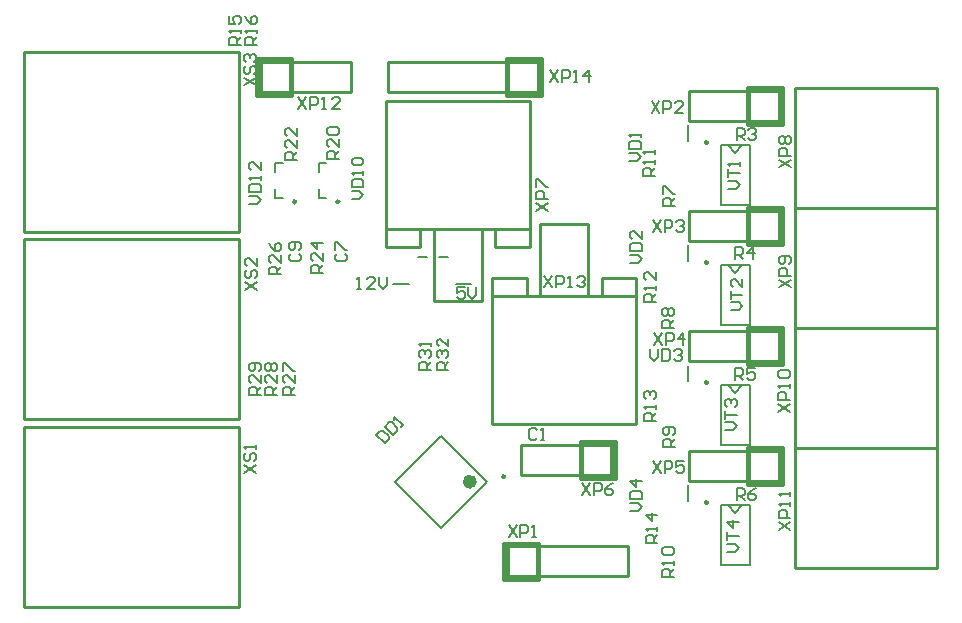
<source format=gto>
%FSLAX42Y42*%
%MOMM*%
G71*
G01*
G75*
G04 Layer_Color=65535*
%ADD10R,1.00X1.10*%
%ADD11R,1.30X1.50*%
%ADD12O,1.70X0.60*%
%ADD13R,1.10X1.00*%
%ADD14R,1.20X0.60*%
G04:AMPARAMS|DCode=15|XSize=0.3mm|YSize=1.8mm|CornerRadius=0mm|HoleSize=0mm|Usage=FLASHONLY|Rotation=315.000|XOffset=0mm|YOffset=0mm|HoleType=Round|Shape=Round|*
%AMOVALD15*
21,1,1.50,0.30,0.00,0.00,45.0*
1,1,0.30,-0.53,-0.53*
1,1,0.30,0.53,0.53*
%
%ADD15OVALD15*%

G04:AMPARAMS|DCode=16|XSize=0.3mm|YSize=1.8mm|CornerRadius=0mm|HoleSize=0mm|Usage=FLASHONLY|Rotation=225.000|XOffset=0mm|YOffset=0mm|HoleType=Round|Shape=Round|*
%AMOVALD16*
21,1,1.50,0.30,0.00,0.00,315.0*
1,1,0.30,-0.53,0.53*
1,1,0.30,0.53,-0.53*
%
%ADD16OVALD16*%

%ADD17R,1.50X1.30*%
%ADD18C,0.60*%
%ADD19C,0.26*%
%ADD20C,1.20*%
%ADD21C,0.25*%
%ADD22C,0.70*%
%ADD23C,0.50*%
%ADD24C,1.50*%
%ADD25C,1.50*%
%ADD26O,4.00X2.50*%
%ADD27C,2.20*%
%ADD28C,1.70*%
%ADD29R,1.70X1.70*%
%ADD30R,1.78X1.78*%
%ADD31C,1.78*%
%ADD32C,0.90*%
%ADD33C,1.40*%
%ADD34R,2.90X1.68*%
G04:AMPARAMS|DCode=35|XSize=1mm|YSize=1.1mm|CornerRadius=0mm|HoleSize=0mm|Usage=FLASHONLY|Rotation=315.000|XOffset=0mm|YOffset=0mm|HoleType=Round|Shape=Rectangle|*
%AMROTATEDRECTD35*
4,1,4,-0.74,-0.04,0.04,0.74,0.74,0.04,-0.04,-0.74,-0.74,-0.04,0.0*
%
%ADD35ROTATEDRECTD35*%

G04:AMPARAMS|DCode=36|XSize=1mm|YSize=1.1mm|CornerRadius=0mm|HoleSize=0mm|Usage=FLASHONLY|Rotation=225.000|XOffset=0mm|YOffset=0mm|HoleType=Round|Shape=Rectangle|*
%AMROTATEDRECTD36*
4,1,4,-0.04,0.74,0.74,-0.04,0.04,-0.74,-0.74,0.04,-0.04,0.74,0.0*
%
%ADD36ROTATEDRECTD36*%

%ADD37C,0.25*%
%ADD38C,0.20*%
%ADD39C,0.40*%
D18*
X25311Y18926D02*
G03*
X25311Y18926I-30J0D01*
G01*
D19*
X26284Y20498D02*
Y21107D01*
X25878D02*
X26284D01*
X25878Y20500D02*
Y21107D01*
X25469Y20498D02*
Y20648D01*
X25762D01*
Y20500D02*
Y20648D01*
X26398Y20500D02*
Y20648D01*
X26690D01*
Y20498D02*
Y20648D01*
X24569Y20914D02*
Y21064D01*
Y20914D02*
X24862D01*
Y21063D01*
X25498Y20914D02*
Y21063D01*
Y20914D02*
X25790D01*
Y21064D01*
X25382Y20455D02*
Y21063D01*
X24976Y20455D02*
X25382D01*
X24976D02*
Y21064D01*
D21*
X23326Y21038D02*
Y22562D01*
X21510Y21038D02*
X23326D01*
X21510D02*
Y22562D01*
X23326D01*
X21510Y20982D02*
X23326D01*
X21510Y19458D02*
Y20982D01*
Y19458D02*
X23326D01*
Y20982D01*
Y17868D02*
Y19392D01*
X21510Y17868D02*
X23326D01*
X21510D02*
Y19392D01*
X23326D01*
X28035Y19213D02*
X29241D01*
X28035Y18197D02*
X29241D01*
X28035D02*
Y19213D01*
X29241Y18197D02*
Y19213D01*
Y20229D01*
X28035Y19213D02*
Y20229D01*
Y19213D02*
X29241D01*
X28035Y20229D02*
X29241D01*
X28035Y21245D02*
X29241D01*
X28035Y20229D02*
X29241D01*
X28035D02*
Y21245D01*
X29241Y20229D02*
Y21245D01*
Y22261D01*
X28035Y21245D02*
Y22261D01*
Y21245D02*
X29241D01*
X28035Y22261D02*
X29241D01*
X25469Y20498D02*
X26690D01*
X25469Y19414D02*
X26690D01*
X25469D02*
Y20498D01*
X26690Y19414D02*
Y20498D01*
X24569Y21064D02*
Y22148D01*
X25790Y21064D02*
Y22148D01*
X24569D02*
X25790D01*
X24569Y21064D02*
X25790D01*
X23513Y22478D02*
X24275D01*
X23513Y22224D02*
X24275D01*
Y22478D01*
X23513Y22224D02*
Y22478D01*
X26477Y18984D02*
Y19238D01*
X25715Y18984D02*
Y19238D01*
X26477D01*
X25715Y18984D02*
X26477D01*
X27135Y18933D02*
X27897D01*
X27135Y19187D02*
X27897D01*
X27135Y18933D02*
Y19187D01*
X27897Y18933D02*
Y19187D01*
Y19949D02*
Y20203D01*
X27135Y19949D02*
Y20203D01*
X27897D01*
X27135Y19949D02*
X27897D01*
X27135Y20965D02*
X27897D01*
X27135Y21219D02*
X27897D01*
X27135Y20965D02*
Y21219D01*
X27897Y20965D02*
Y21219D01*
Y21981D02*
Y22235D01*
X27135Y21981D02*
Y22235D01*
X27897D01*
X27135Y21981D02*
X27897D01*
X25603Y18378D02*
X26619D01*
X25603Y18124D02*
X26619D01*
Y18378D01*
X25603Y18124D02*
Y18378D01*
X25857Y22224D02*
Y22478D01*
X24587Y22224D02*
Y22478D01*
X25857D01*
X24587Y22224D02*
X25857D01*
D37*
X27297Y21799D02*
G03*
X27297Y21799I-12J0D01*
G01*
Y20783D02*
G03*
X27297Y20783I-12J0D01*
G01*
Y19767D02*
G03*
X27297Y19767I-12J0D01*
G01*
Y18751D02*
G03*
X27297Y18751I-12J0D01*
G01*
X24176Y21297D02*
G03*
X24176Y21297I-12J0D01*
G01*
X23809D02*
G03*
X23809Y21297I-12J0D01*
G01*
X25577Y18968D02*
G03*
X25577Y18968I-12J0D01*
G01*
D38*
X27130Y21814D02*
Y21944D01*
X27530Y21713D02*
X27590Y21773D01*
X27470D02*
X27530Y21713D01*
X27410Y21273D02*
X27650D01*
X27410Y21773D02*
X27650D01*
Y21273D02*
Y21773D01*
X27410Y21273D02*
Y21773D01*
X27530Y20697D02*
X27590Y20757D01*
X27470D02*
X27530Y20697D01*
X27410Y20257D02*
X27650D01*
X27410Y20757D02*
X27650D01*
Y20257D02*
Y20757D01*
X27410Y20257D02*
Y20757D01*
X27130Y20796D02*
Y20926D01*
Y19776D02*
Y19906D01*
X27530Y19681D02*
X27590Y19741D01*
X27470D02*
X27530Y19681D01*
X27410Y19241D02*
X27650D01*
X27410Y19741D02*
X27650D01*
Y19241D02*
Y19741D01*
X27410Y19241D02*
Y19741D01*
X27530Y18665D02*
X27590Y18725D01*
X27470D02*
X27530Y18665D01*
X27410Y18225D02*
X27650D01*
X27410Y18725D02*
X27650D01*
Y18225D02*
Y18725D01*
X27410Y18225D02*
Y18725D01*
X27130Y18766D02*
Y18896D01*
X24004Y21627D02*
X24004Y21547D01*
X24004Y21627D02*
X24064D01*
X24004Y21327D02*
X24004Y21407D01*
X24004Y21327D02*
X24064D01*
X23636Y21627D02*
X23636Y21547D01*
X23636Y21627D02*
X23696Y21627D01*
X23636Y21407D02*
X23636Y21327D01*
X23696D01*
X25034Y19315D02*
X25423Y18926D01*
X24645D02*
X25034Y18537D01*
X25423Y18926D01*
X24645D02*
X25034Y19315D01*
X24840Y20831D02*
X24920D01*
X25020Y20831D02*
X25100D01*
X25165Y20601D02*
X25295D01*
X24635D02*
X24765D01*
X25847Y19364D02*
X25830Y19381D01*
X25797D01*
X25780Y19364D01*
Y19298D01*
X25797Y19281D01*
X25830D01*
X25847Y19298D01*
X25880Y19281D02*
X25913D01*
X25897D01*
Y19381D01*
X25880Y19364D01*
X24157Y20858D02*
X24140Y20841D01*
Y20808D01*
X24157Y20791D01*
X24223D01*
X24240Y20808D01*
Y20841D01*
X24223Y20858D01*
X24140Y20891D02*
Y20958D01*
X24157D01*
X24223Y20891D01*
X24240D01*
X23767Y20858D02*
X23750Y20841D01*
Y20808D01*
X23767Y20791D01*
X23833D01*
X23850Y20808D01*
Y20841D01*
X23833Y20858D01*
Y20891D02*
X23850Y20908D01*
Y20941D01*
X23833Y20958D01*
X23767D01*
X23750Y20941D01*
Y20908D01*
X23767Y20891D01*
X23783D01*
X23800Y20908D01*
Y20958D01*
X24489Y19322D02*
X24560Y19251D01*
X24595Y19286D01*
Y19310D01*
X24548Y19357D01*
X24525D01*
X24489Y19322D01*
X24560Y19392D02*
X24631Y19322D01*
X24666Y19357D01*
Y19381D01*
X24619Y19428D01*
X24595Y19428D01*
X24560Y19392D01*
X24701D02*
X24725Y19416D01*
X24713Y19404D01*
X24642Y19475D01*
Y19451D01*
X27540Y21821D02*
Y21921D01*
X27590D01*
X27607Y21904D01*
Y21871D01*
X27590Y21854D01*
X27540D01*
X27573D02*
X27607Y21821D01*
X27640Y21904D02*
X27657Y21921D01*
X27690D01*
X27707Y21904D01*
Y21888D01*
X27690Y21871D01*
X27673D01*
X27690D01*
X27707Y21854D01*
Y21838D01*
X27690Y21821D01*
X27657D01*
X27640Y21838D01*
X27530Y20811D02*
Y20911D01*
X27580D01*
X27597Y20894D01*
Y20861D01*
X27580Y20844D01*
X27530D01*
X27563D02*
X27597Y20811D01*
X27680D02*
Y20911D01*
X27630Y20861D01*
X27697D01*
X27530Y19791D02*
Y19891D01*
X27580D01*
X27597Y19874D01*
Y19841D01*
X27580Y19824D01*
X27530D01*
X27563D02*
X27597Y19791D01*
X27697Y19891D02*
X27630D01*
Y19841D01*
X27663Y19858D01*
X27680D01*
X27697Y19841D01*
Y19808D01*
X27680Y19791D01*
X27647D01*
X27630Y19808D01*
X27540Y18771D02*
Y18871D01*
X27590D01*
X27607Y18854D01*
Y18821D01*
X27590Y18804D01*
X27540D01*
X27573D02*
X27607Y18771D01*
X27707Y18871D02*
X27673Y18854D01*
X27640Y18821D01*
Y18788D01*
X27657Y18771D01*
X27690D01*
X27707Y18788D01*
Y18804D01*
X27690Y18821D01*
X27640D01*
X27020Y21261D02*
X26920D01*
Y21311D01*
X26937Y21328D01*
X26970D01*
X26987Y21311D01*
Y21261D01*
Y21294D02*
X27020Y21328D01*
X26920Y21361D02*
Y21428D01*
X26937D01*
X27003Y21361D01*
X27020D01*
X27010Y20231D02*
X26910D01*
Y20281D01*
X26927Y20298D01*
X26960D01*
X26977Y20281D01*
Y20231D01*
Y20264D02*
X27010Y20298D01*
X26927Y20331D02*
X26910Y20348D01*
Y20381D01*
X26927Y20398D01*
X26943D01*
X26960Y20381D01*
X26977Y20398D01*
X26993D01*
X27010Y20381D01*
Y20348D01*
X26993Y20331D01*
X26977D01*
X26960Y20348D01*
X26943Y20331D01*
X26927D01*
X26960Y20348D02*
Y20381D01*
X27020Y19221D02*
X26920D01*
Y19271D01*
X26937Y19288D01*
X26970D01*
X26987Y19271D01*
Y19221D01*
Y19254D02*
X27020Y19288D01*
X27003Y19321D02*
X27020Y19338D01*
Y19371D01*
X27003Y19388D01*
X26937D01*
X26920Y19371D01*
Y19338D01*
X26937Y19321D01*
X26953D01*
X26970Y19338D01*
Y19388D01*
X27010Y18121D02*
X26910D01*
Y18171D01*
X26927Y18188D01*
X26960D01*
X26977Y18171D01*
Y18121D01*
Y18154D02*
X27010Y18188D01*
Y18221D02*
Y18254D01*
Y18238D01*
X26910D01*
X26927Y18221D01*
Y18304D02*
X26910Y18321D01*
Y18354D01*
X26927Y18371D01*
X26993D01*
X27010Y18354D01*
Y18321D01*
X26993Y18304D01*
X26927D01*
X26850Y21516D02*
X26750D01*
Y21566D01*
X26767Y21583D01*
X26800D01*
X26817Y21566D01*
Y21516D01*
Y21549D02*
X26850Y21583D01*
Y21616D02*
Y21649D01*
Y21633D01*
X26750D01*
X26767Y21616D01*
X26850Y21699D02*
Y21733D01*
Y21716D01*
X26750D01*
X26767Y21699D01*
X26860Y20451D02*
X26760D01*
Y20501D01*
X26777Y20518D01*
X26810D01*
X26827Y20501D01*
Y20451D01*
Y20484D02*
X26860Y20518D01*
Y20551D02*
Y20584D01*
Y20568D01*
X26760D01*
X26777Y20551D01*
X26860Y20701D02*
Y20634D01*
X26793Y20701D01*
X26777D01*
X26760Y20684D01*
Y20651D01*
X26777Y20634D01*
X26860Y19441D02*
X26760D01*
Y19491D01*
X26777Y19508D01*
X26810D01*
X26827Y19491D01*
Y19441D01*
Y19474D02*
X26860Y19508D01*
Y19541D02*
Y19574D01*
Y19558D01*
X26760D01*
X26777Y19541D01*
Y19624D02*
X26760Y19641D01*
Y19674D01*
X26777Y19691D01*
X26793D01*
X26810Y19674D01*
Y19658D01*
Y19674D01*
X26827Y19691D01*
X26843D01*
X26860Y19674D01*
Y19641D01*
X26843Y19624D01*
X26870Y18411D02*
X26770D01*
Y18461D01*
X26787Y18478D01*
X26820D01*
X26837Y18461D01*
Y18411D01*
Y18444D02*
X26870Y18478D01*
Y18511D02*
Y18544D01*
Y18528D01*
X26770D01*
X26787Y18511D01*
X26870Y18644D02*
X26770D01*
X26820Y18594D01*
Y18661D01*
X23340Y22621D02*
X23240D01*
Y22671D01*
X23257Y22688D01*
X23290D01*
X23307Y22671D01*
Y22621D01*
Y22654D02*
X23340Y22688D01*
Y22721D02*
Y22754D01*
Y22738D01*
X23240D01*
X23257Y22721D01*
X23240Y22871D02*
Y22804D01*
X23290D01*
X23273Y22838D01*
Y22854D01*
X23290Y22871D01*
X23323D01*
X23340Y22854D01*
Y22821D01*
X23323Y22804D01*
X23480Y22621D02*
X23380D01*
Y22671D01*
X23397Y22688D01*
X23430D01*
X23447Y22671D01*
Y22621D01*
Y22654D02*
X23480Y22688D01*
Y22721D02*
Y22754D01*
Y22738D01*
X23380D01*
X23397Y22721D01*
X23380Y22871D02*
X23397Y22838D01*
X23430Y22804D01*
X23463D01*
X23480Y22821D01*
Y22854D01*
X23463Y22871D01*
X23447D01*
X23430Y22854D01*
Y22804D01*
X24171Y21662D02*
X24071D01*
Y21712D01*
X24088Y21729D01*
X24121D01*
X24138Y21712D01*
Y21662D01*
Y21696D02*
X24171Y21729D01*
Y21829D02*
Y21762D01*
X24105Y21829D01*
X24088D01*
X24071Y21812D01*
Y21779D01*
X24088Y21762D01*
Y21862D02*
X24071Y21879D01*
Y21912D01*
X24088Y21929D01*
X24155D01*
X24171Y21912D01*
Y21879D01*
X24155Y21862D01*
X24088D01*
X23820Y21651D02*
X23720D01*
Y21701D01*
X23737Y21718D01*
X23770D01*
X23787Y21701D01*
Y21651D01*
Y21684D02*
X23820Y21718D01*
Y21818D02*
Y21751D01*
X23753Y21818D01*
X23737D01*
X23720Y21801D01*
Y21768D01*
X23737Y21751D01*
X23820Y21918D02*
Y21851D01*
X23753Y21918D01*
X23737D01*
X23720Y21901D01*
Y21868D01*
X23737Y21851D01*
X24038Y20693D02*
X23938D01*
Y20743D01*
X23955Y20759D01*
X23988D01*
X24005Y20743D01*
Y20693D01*
Y20726D02*
X24038Y20759D01*
Y20859D02*
Y20793D01*
X23972Y20859D01*
X23955D01*
X23938Y20843D01*
Y20809D01*
X23955Y20793D01*
X24038Y20943D02*
X23938D01*
X23988Y20893D01*
Y20959D01*
X23680Y20681D02*
X23580D01*
Y20731D01*
X23597Y20748D01*
X23630D01*
X23647Y20731D01*
Y20681D01*
Y20714D02*
X23680Y20748D01*
Y20848D02*
Y20781D01*
X23613Y20848D01*
X23597D01*
X23580Y20831D01*
Y20798D01*
X23597Y20781D01*
X23580Y20948D02*
X23597Y20914D01*
X23630Y20881D01*
X23663D01*
X23680Y20898D01*
Y20931D01*
X23663Y20948D01*
X23647D01*
X23630Y20931D01*
Y20881D01*
X23800Y19661D02*
X23700D01*
Y19711D01*
X23717Y19728D01*
X23750D01*
X23767Y19711D01*
Y19661D01*
Y19694D02*
X23800Y19728D01*
Y19828D02*
Y19761D01*
X23733Y19828D01*
X23717D01*
X23700Y19811D01*
Y19778D01*
X23717Y19761D01*
X23700Y19861D02*
Y19928D01*
X23717D01*
X23783Y19861D01*
X23800D01*
X23650Y19661D02*
X23550D01*
Y19711D01*
X23567Y19728D01*
X23600D01*
X23617Y19711D01*
Y19661D01*
Y19694D02*
X23650Y19728D01*
Y19828D02*
Y19761D01*
X23583Y19828D01*
X23567D01*
X23550Y19811D01*
Y19778D01*
X23567Y19761D01*
Y19861D02*
X23550Y19878D01*
Y19911D01*
X23567Y19928D01*
X23583D01*
X23600Y19911D01*
X23617Y19928D01*
X23633D01*
X23650Y19911D01*
Y19878D01*
X23633Y19861D01*
X23617D01*
X23600Y19878D01*
X23583Y19861D01*
X23567D01*
X23600Y19878D02*
Y19911D01*
X23510Y19661D02*
X23410D01*
Y19711D01*
X23427Y19728D01*
X23460D01*
X23477Y19711D01*
Y19661D01*
Y19694D02*
X23510Y19728D01*
Y19828D02*
Y19761D01*
X23443Y19828D01*
X23427D01*
X23410Y19811D01*
Y19778D01*
X23427Y19761D01*
X23493Y19861D02*
X23510Y19878D01*
Y19911D01*
X23493Y19928D01*
X23427D01*
X23410Y19911D01*
Y19878D01*
X23427Y19861D01*
X23443D01*
X23460Y19878D01*
Y19928D01*
X26630Y21641D02*
X26697D01*
X26730Y21674D01*
X26697Y21708D01*
X26630D01*
Y21741D02*
X26730D01*
Y21791D01*
X26713Y21808D01*
X26647D01*
X26630Y21791D01*
Y21741D01*
X26730Y21841D02*
Y21874D01*
Y21858D01*
X26630D01*
X26647Y21841D01*
X26640Y20781D02*
X26707D01*
X26740Y20814D01*
X26707Y20848D01*
X26640D01*
Y20881D02*
X26740D01*
Y20931D01*
X26723Y20948D01*
X26657D01*
X26640Y20931D01*
Y20881D01*
X26740Y21048D02*
Y20981D01*
X26673Y21048D01*
X26657D01*
X26640Y21031D01*
Y20998D01*
X26657Y20981D01*
X26810Y20051D02*
Y19984D01*
X26843Y19951D01*
X26877Y19984D01*
Y20051D01*
X26910D02*
Y19951D01*
X26960D01*
X26977Y19968D01*
Y20034D01*
X26960Y20051D01*
X26910D01*
X27010Y20034D02*
X27027Y20051D01*
X27060D01*
X27077Y20034D01*
Y20018D01*
X27060Y20001D01*
X27043D01*
X27060D01*
X27077Y19984D01*
Y19968D01*
X27060Y19951D01*
X27027D01*
X27010Y19968D01*
X26640Y18681D02*
X26707D01*
X26740Y18714D01*
X26707Y18748D01*
X26640D01*
Y18781D02*
X26740D01*
Y18831D01*
X26723Y18848D01*
X26657D01*
X26640Y18831D01*
Y18781D01*
X26740Y18931D02*
X26640D01*
X26690Y18881D01*
Y18948D01*
X24280Y21321D02*
X24347D01*
X24380Y21354D01*
X24347Y21388D01*
X24280D01*
Y21421D02*
X24380D01*
Y21471D01*
X24363Y21488D01*
X24297D01*
X24280Y21471D01*
Y21421D01*
X24380Y21521D02*
Y21554D01*
Y21538D01*
X24280D01*
X24297Y21521D01*
Y21604D02*
X24280Y21621D01*
Y21654D01*
X24297Y21671D01*
X24363D01*
X24380Y21654D01*
Y21621D01*
X24363Y21604D01*
X24297D01*
X23410Y21281D02*
X23477D01*
X23510Y21314D01*
X23477Y21348D01*
X23410D01*
Y21381D02*
X23510D01*
Y21431D01*
X23493Y21448D01*
X23427D01*
X23410Y21431D01*
Y21381D01*
X23510Y21481D02*
Y21514D01*
Y21498D01*
X23410D01*
X23427Y21481D01*
X23510Y21631D02*
Y21564D01*
X23443Y21631D01*
X23427D01*
X23410Y21614D01*
Y21581D01*
X23427Y21564D01*
X27470Y21403D02*
X27537D01*
X27570Y21437D01*
X27537Y21470D01*
X27470D01*
Y21503D02*
Y21570D01*
Y21537D01*
X27570D01*
Y21603D02*
Y21637D01*
Y21620D01*
X27470D01*
X27487Y21603D01*
X27490Y20377D02*
X27557D01*
X27590Y20411D01*
X27557Y20444D01*
X27490D01*
Y20477D02*
Y20544D01*
Y20511D01*
X27590D01*
Y20644D02*
Y20577D01*
X27523Y20644D01*
X27507D01*
X27490Y20627D01*
Y20594D01*
X27507Y20577D01*
X27440Y19361D02*
X27507D01*
X27540Y19395D01*
X27507Y19428D01*
X27440D01*
Y19461D02*
Y19528D01*
Y19495D01*
X27540D01*
X27457Y19561D02*
X27440Y19578D01*
Y19611D01*
X27457Y19628D01*
X27473D01*
X27490Y19611D01*
Y19595D01*
Y19611D01*
X27507Y19628D01*
X27523D01*
X27540Y19611D01*
Y19578D01*
X27523Y19561D01*
X27460Y18335D02*
X27527D01*
X27560Y18369D01*
X27527Y18402D01*
X27460D01*
Y18435D02*
Y18502D01*
Y18469D01*
X27560D01*
Y18585D02*
X27460D01*
X27510Y18535D01*
Y18602D01*
X25610Y18561D02*
X25677Y18461D01*
Y18561D02*
X25610Y18461D01*
X25710D02*
Y18561D01*
X25760D01*
X25777Y18544D01*
Y18511D01*
X25760Y18494D01*
X25710D01*
X25810Y18461D02*
X25843D01*
X25827D01*
Y18561D01*
X25810Y18544D01*
X26820Y22148D02*
X26887Y22048D01*
Y22148D02*
X26820Y22048D01*
X26920D02*
Y22148D01*
X26970D01*
X26987Y22131D01*
Y22098D01*
X26970Y22081D01*
X26920D01*
X27087Y22048D02*
X27020D01*
X27087Y22114D01*
Y22131D01*
X27070Y22148D01*
X27037D01*
X27020Y22131D01*
X26830Y21141D02*
X26897Y21041D01*
Y21141D02*
X26830Y21041D01*
X26930D02*
Y21141D01*
X26980D01*
X26997Y21124D01*
Y21091D01*
X26980Y21074D01*
X26930D01*
X27030Y21124D02*
X27047Y21141D01*
X27080D01*
X27097Y21124D01*
Y21108D01*
X27080Y21091D01*
X27063D01*
X27080D01*
X27097Y21074D01*
Y21058D01*
X27080Y21041D01*
X27047D01*
X27030Y21058D01*
X26840Y20181D02*
X26907Y20081D01*
Y20181D02*
X26840Y20081D01*
X26940D02*
Y20181D01*
X26990D01*
X27007Y20164D01*
Y20131D01*
X26990Y20114D01*
X26940D01*
X27090Y20081D02*
Y20181D01*
X27040Y20131D01*
X27107D01*
X26830Y19101D02*
X26897Y19001D01*
Y19101D02*
X26830Y19001D01*
X26930D02*
Y19101D01*
X26980D01*
X26997Y19084D01*
Y19051D01*
X26980Y19034D01*
X26930D01*
X27097Y19101D02*
X27030D01*
Y19051D01*
X27063Y19068D01*
X27080D01*
X27097Y19051D01*
Y19018D01*
X27080Y19001D01*
X27047D01*
X27030Y19018D01*
X26230Y18911D02*
X26297Y18811D01*
Y18911D02*
X26230Y18811D01*
X26330D02*
Y18911D01*
X26380D01*
X26397Y18894D01*
Y18861D01*
X26380Y18844D01*
X26330D01*
X26497Y18911D02*
X26463Y18894D01*
X26430Y18861D01*
Y18828D01*
X26447Y18811D01*
X26480D01*
X26497Y18828D01*
Y18844D01*
X26480Y18861D01*
X26430D01*
X25840Y21221D02*
X25940Y21288D01*
X25840D02*
X25940Y21221D01*
Y21321D02*
X25840D01*
Y21371D01*
X25857Y21388D01*
X25890D01*
X25907Y21371D01*
Y21321D01*
X25840Y21421D02*
Y21488D01*
X25857D01*
X25923Y21421D01*
X25940D01*
X27900Y21587D02*
X28000Y21654D01*
X27900D02*
X28000Y21587D01*
Y21687D02*
X27900D01*
Y21737D01*
X27917Y21754D01*
X27950D01*
X27967Y21737D01*
Y21687D01*
X27917Y21787D02*
X27900Y21804D01*
Y21837D01*
X27917Y21854D01*
X27933D01*
X27950Y21837D01*
X27967Y21854D01*
X27983D01*
X28000Y21837D01*
Y21804D01*
X27983Y21787D01*
X27967D01*
X27950Y21804D01*
X27933Y21787D01*
X27917D01*
X27950Y21804D02*
Y21837D01*
X27900Y20571D02*
X28000Y20638D01*
X27900D02*
X28000Y20571D01*
Y20671D02*
X27900D01*
Y20721D01*
X27917Y20738D01*
X27950D01*
X27967Y20721D01*
Y20671D01*
X27983Y20771D02*
X28000Y20788D01*
Y20821D01*
X27983Y20838D01*
X27917D01*
X27900Y20821D01*
Y20788D01*
X27917Y20771D01*
X27933D01*
X27950Y20788D01*
Y20838D01*
X27890Y19519D02*
X27990Y19586D01*
X27890D02*
X27990Y19519D01*
Y19619D02*
X27890D01*
Y19669D01*
X27906Y19685D01*
X27940D01*
X27956Y19669D01*
Y19619D01*
X27990Y19719D02*
Y19752D01*
Y19735D01*
X27890D01*
X27906Y19719D01*
Y19802D02*
X27890Y19819D01*
Y19852D01*
X27906Y19869D01*
X27973D01*
X27990Y19852D01*
Y19819D01*
X27973Y19802D01*
X27906D01*
X27896Y18519D02*
X27996Y18586D01*
X27896D02*
X27996Y18519D01*
Y18619D02*
X27896D01*
Y18669D01*
X27913Y18686D01*
X27946D01*
X27963Y18669D01*
Y18619D01*
X27996Y18719D02*
Y18753D01*
Y18736D01*
X27896D01*
X27913Y18719D01*
X27996Y18803D02*
Y18836D01*
Y18819D01*
X27896D01*
X27913Y18803D01*
X23830Y22181D02*
X23897Y22081D01*
Y22181D02*
X23830Y22081D01*
X23930D02*
Y22181D01*
X23980D01*
X23997Y22164D01*
Y22131D01*
X23980Y22114D01*
X23930D01*
X24030Y22081D02*
X24063D01*
X24047D01*
Y22181D01*
X24030Y22164D01*
X24180Y22081D02*
X24113D01*
X24180Y22148D01*
Y22164D01*
X24163Y22181D01*
X24130D01*
X24113Y22164D01*
X25910Y20671D02*
X25977Y20571D01*
Y20671D02*
X25910Y20571D01*
X26010D02*
Y20671D01*
X26060D01*
X26077Y20654D01*
Y20621D01*
X26060Y20604D01*
X26010D01*
X26110Y20571D02*
X26143D01*
X26127D01*
Y20671D01*
X26110Y20654D01*
X26193D02*
X26210Y20671D01*
X26243D01*
X26260Y20654D01*
Y20638D01*
X26243Y20621D01*
X26227D01*
X26243D01*
X26260Y20604D01*
Y20588D01*
X26243Y20571D01*
X26210D01*
X26193Y20588D01*
X25960Y22411D02*
X26027Y22311D01*
Y22411D02*
X25960Y22311D01*
X26060D02*
Y22411D01*
X26110D01*
X26127Y22394D01*
Y22361D01*
X26110Y22344D01*
X26060D01*
X26160Y22311D02*
X26193D01*
X26177D01*
Y22411D01*
X26160Y22394D01*
X26293Y22311D02*
Y22411D01*
X26243Y22361D01*
X26310D01*
X23370Y19001D02*
X23470Y19068D01*
X23370D02*
X23470Y19001D01*
X23387Y19168D02*
X23370Y19151D01*
Y19118D01*
X23387Y19101D01*
X23403D01*
X23420Y19118D01*
Y19151D01*
X23437Y19168D01*
X23453D01*
X23470Y19151D01*
Y19118D01*
X23453Y19101D01*
X23470Y19201D02*
Y19234D01*
Y19218D01*
X23370D01*
X23387Y19201D01*
X23380Y20551D02*
X23480Y20618D01*
X23380D02*
X23480Y20551D01*
X23397Y20718D02*
X23380Y20701D01*
Y20668D01*
X23397Y20651D01*
X23413D01*
X23430Y20668D01*
Y20701D01*
X23447Y20718D01*
X23463D01*
X23480Y20701D01*
Y20668D01*
X23463Y20651D01*
X23480Y20818D02*
Y20751D01*
X23413Y20818D01*
X23397D01*
X23380Y20801D01*
Y20768D01*
X23397Y20751D01*
X23370Y22281D02*
X23470Y22348D01*
X23370D02*
X23470Y22281D01*
X23387Y22448D02*
X23370Y22431D01*
Y22398D01*
X23387Y22381D01*
X23403D01*
X23420Y22398D01*
Y22431D01*
X23437Y22448D01*
X23453D01*
X23470Y22431D01*
Y22398D01*
X23453Y22381D01*
X23387Y22481D02*
X23370Y22498D01*
Y22531D01*
X23387Y22548D01*
X23403D01*
X23420Y22531D01*
Y22514D01*
Y22531D01*
X23437Y22548D01*
X23453D01*
X23470Y22531D01*
Y22498D01*
X23453Y22481D01*
X24950Y19871D02*
X24850D01*
Y19921D01*
X24867Y19938D01*
X24900D01*
X24917Y19921D01*
Y19871D01*
Y19904D02*
X24950Y19938D01*
X24867Y19971D02*
X24850Y19988D01*
Y20021D01*
X24867Y20038D01*
X24883D01*
X24900Y20021D01*
Y20004D01*
Y20021D01*
X24917Y20038D01*
X24933D01*
X24950Y20021D01*
Y19988D01*
X24933Y19971D01*
X24950Y20071D02*
Y20104D01*
Y20088D01*
X24850D01*
X24867Y20071D01*
X25100Y19871D02*
X25000D01*
Y19921D01*
X25017Y19938D01*
X25050D01*
X25067Y19921D01*
Y19871D01*
Y19904D02*
X25100Y19938D01*
X25017Y19971D02*
X25000Y19988D01*
Y20021D01*
X25017Y20038D01*
X25033D01*
X25050Y20021D01*
Y20004D01*
Y20021D01*
X25067Y20038D01*
X25083D01*
X25100Y20021D01*
Y19988D01*
X25083Y19971D01*
X25100Y20138D02*
Y20071D01*
X25033Y20138D01*
X25017D01*
X25000Y20121D01*
Y20088D01*
X25017Y20071D01*
X24330Y20561D02*
X24363D01*
X24347D01*
Y20661D01*
X24330Y20644D01*
X24480Y20561D02*
X24413D01*
X24480Y20628D01*
Y20644D01*
X24463Y20661D01*
X24430D01*
X24413Y20644D01*
X24513Y20661D02*
Y20594D01*
X24547Y20561D01*
X24580Y20594D01*
Y20661D01*
X25237Y20571D02*
X25170D01*
Y20521D01*
X25203Y20538D01*
X25220D01*
X25237Y20521D01*
Y20488D01*
X25220Y20471D01*
X25187D01*
X25170Y20488D01*
X25270Y20571D02*
Y20504D01*
X25303Y20471D01*
X25337Y20504D01*
Y20571D01*
D39*
X23482Y22199D02*
X23770D01*
X23482D02*
Y22501D01*
X23512D01*
X23770D01*
Y22199D02*
Y22501D01*
X26220Y18961D02*
Y19264D01*
Y18961D02*
X26477D01*
X26507D01*
Y19264D01*
X26220D02*
X26507D01*
X27640Y19212D02*
X27927D01*
Y18910D02*
Y19212D01*
X27897Y18910D02*
X27927D01*
X27640D02*
X27897D01*
X27640D02*
Y19212D01*
Y19926D02*
Y20228D01*
Y19926D02*
X27897D01*
X27927D01*
Y20228D01*
X27640D02*
X27927D01*
X27640Y21244D02*
X27927D01*
Y20942D02*
Y21244D01*
X27897Y20942D02*
X27927D01*
X27640D02*
X27897D01*
X27640D02*
Y21244D01*
Y21958D02*
Y22260D01*
Y21958D02*
X27897D01*
X27927D01*
Y22260D01*
X27640D02*
X27927D01*
X25572Y18099D02*
X25860D01*
X25572D02*
Y18401D01*
X25602D01*
X25860D01*
Y18099D02*
Y18401D01*
X25600Y22201D02*
Y22504D01*
Y22201D02*
X25857D01*
X25887D01*
Y22504D01*
X25600D02*
X25887D01*
M02*

</source>
